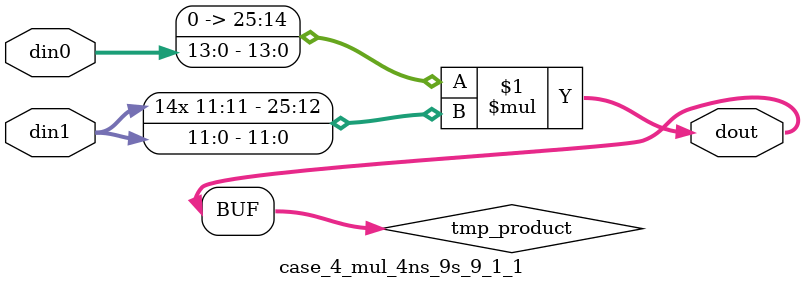
<source format=v>

`timescale 1 ns / 1 ps

 (* use_dsp = "no" *)  module case_4_mul_4ns_9s_9_1_1(din0, din1, dout);
parameter ID = 1;
parameter NUM_STAGE = 0;
parameter din0_WIDTH = 14;
parameter din1_WIDTH = 12;
parameter dout_WIDTH = 26;

input [din0_WIDTH - 1 : 0] din0; 
input [din1_WIDTH - 1 : 0] din1; 
output [dout_WIDTH - 1 : 0] dout;

wire signed [dout_WIDTH - 1 : 0] tmp_product;

























assign tmp_product = $signed({1'b0, din0}) * $signed(din1);










assign dout = tmp_product;





















endmodule

</source>
